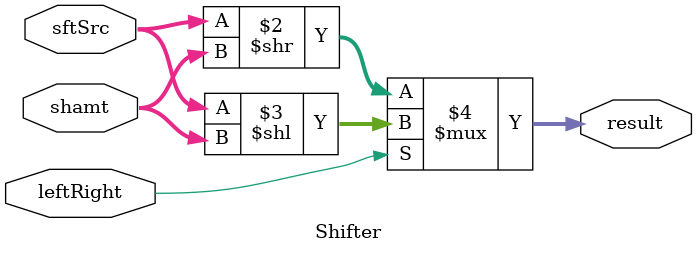
<source format=v>
module Shifter( result, leftRight, shamt, sftSrc );

//I/O ports 
output	[32-1:0] result;

input			leftRight;
input	[5-1:0] shamt;
input	[32-1:0] sftSrc ;

//Internal Signals
wire	[32-1:0] result;
  
//Main function
/*your code here*/
assign result= (leftRight==0) ? sftSrc >> shamt : sftSrc << shamt;

endmodule
</source>
